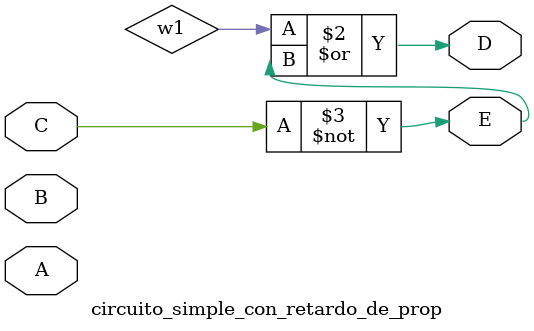
<source format=v>

`timescale 1ns/1ps

module circuito_simple_con_retardo_de_prop (A, B, C, D, E);

    output D, E;
    input A, B, C;
    wire w1;

    and #30 G1 (wl, A, B);
    not #10 G2 (E, C);
    or #20 G3 (D, w1, E);

endmodule

</source>
